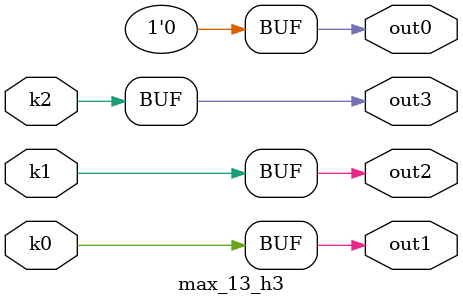
<source format=v>
module max_13(pi0, pi1, pi2, pi3, pi4, pi5, pi6, pi7, pi8, po0, po1, po2, po3);
input pi0, pi1, pi2, pi3, pi4, pi5, pi6, pi7, pi8;
output po0, po1, po2, po3;
wire k0, k1, k2;
max_13_w3 DUT1 (pi0, pi1, pi2, pi3, pi4, pi5, pi6, pi7, pi8, k0, k1, k2);
max_13_h3 DUT2 (k0, k1, k2, po0, po1, po2, po3);
endmodule

module max_13_w3(in8, in7, in6, in5, in4, in3, in2, in1, in0, k2, k1, k0);
input in8, in7, in6, in5, in4, in3, in2, in1, in0;
output k2, k1, k0;
assign k0 =   in0 ? ~in7 : ~in4;
assign k1 =   in0 ? ~in8 : ~in5;
assign k2 =   ~in1 & ((((~in8 & (~in2 | in5)) | (~in2 & in5)) & (~in6 | in3) & (~in7 | in4)) | (~in7 & in4 & (~in6 | in3)) | (~in6 & in3));
endmodule

module max_13_h3(k2, k1, k0, out3, out2, out1, out0);
input k2, k1, k0;
output out3, out2, out1, out0;
assign out0 = 0;
assign out1 = k0;
assign out2 = k1;
assign out3 = k2;
endmodule

</source>
